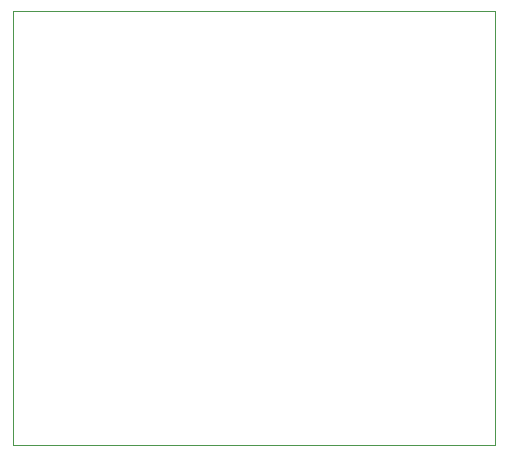
<source format=gbr>
%TF.GenerationSoftware,KiCad,Pcbnew,(5.99.0-9773-gf428ce03f2)*%
%TF.CreationDate,2021-05-10T10:20:16-04:00*%
%TF.ProjectId,D5XAMP_v4,44355841-4d50-45f7-9634-2e6b69636164,rev?*%
%TF.SameCoordinates,Original*%
%TF.FileFunction,Profile,NP*%
%FSLAX46Y46*%
G04 Gerber Fmt 4.6, Leading zero omitted, Abs format (unit mm)*
G04 Created by KiCad (PCBNEW (5.99.0-9773-gf428ce03f2)) date 2021-05-10 10:20:16*
%MOMM*%
%LPD*%
G01*
G04 APERTURE LIST*
%TA.AperFunction,Profile*%
%ADD10C,0.100000*%
%TD*%
G04 APERTURE END LIST*
D10*
X20302000Y-18526000D02*
X61129286Y-18526000D01*
X61129286Y-18526000D02*
X61129286Y-55210000D01*
X61129286Y-55210000D02*
X20302000Y-55210000D01*
X20302000Y-55210000D02*
X20302000Y-18526000D01*
M02*

</source>
